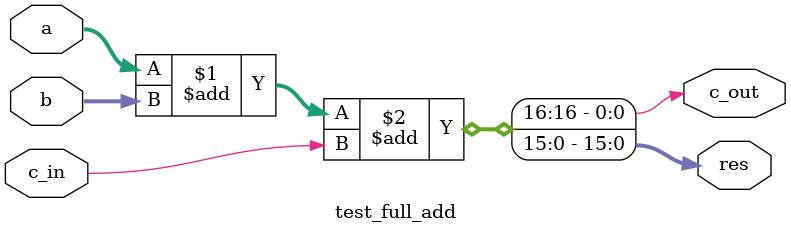
<source format=sv>

module test_full_add  #(
  parameter DataWidth = 16
) (

  input  [DataWidth-1:0]        a,
  input  [DataWidth-1:0]        b,
  input                         c_in,
  output logic [DataWidth-1:0]  res,
  output logic                  c_out
);

assign {c_out, res} = a + b + c_in;

endmodule


</source>
